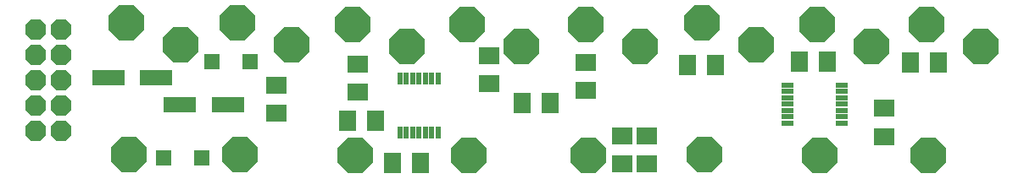
<source format=gbs>
G75*
%MOIN*%
%OFA0B0*%
%FSLAX25Y25*%
%IPPOS*%
%LPD*%
%AMOC8*
5,1,8,0,0,1.08239X$1,22.5*
%
%ADD10R,0.12611X0.06312*%
%ADD11R,0.07887X0.07099*%
%ADD12R,0.06312X0.06312*%
%ADD13R,0.07099X0.07887*%
%ADD14OC8,0.08200*%
%ADD15R,0.02000X0.04700*%
%ADD16OC8,0.13855*%
%ADD17R,0.04700X0.02000*%
D10*
X0138963Y0045108D03*
X0157861Y0045108D03*
X0129711Y0055817D03*
X0110814Y0055817D03*
D11*
X0176995Y0052746D03*
X0208885Y0050148D03*
X0176995Y0041722D03*
X0208885Y0061171D03*
X0260459Y0064242D03*
X0298648Y0061722D03*
X0260459Y0053219D03*
X0298648Y0050699D03*
X0312900Y0032825D03*
X0322428Y0032785D03*
X0322428Y0021762D03*
X0312900Y0021801D03*
X0415971Y0032510D03*
X0415971Y0043533D03*
D12*
X0166562Y0062116D03*
X0151601Y0062116D03*
X0147664Y0023927D03*
X0132703Y0023927D03*
D13*
X0204987Y0038652D03*
X0216010Y0038652D03*
X0222703Y0022156D03*
X0233727Y0022156D03*
X0273491Y0045738D03*
X0284514Y0045738D03*
X0338451Y0060699D03*
X0349475Y0060699D03*
X0382703Y0061919D03*
X0393727Y0061919D03*
X0426325Y0061526D03*
X0437349Y0061526D03*
D14*
X0092270Y0064793D03*
X0082270Y0064793D03*
X0082270Y0054793D03*
X0092270Y0054793D03*
X0092270Y0044793D03*
X0082270Y0044793D03*
X0082270Y0034793D03*
X0092270Y0034793D03*
X0092270Y0074793D03*
X0082270Y0074793D03*
D15*
X0225440Y0055257D03*
X0227940Y0055257D03*
X0230440Y0055257D03*
X0232940Y0055257D03*
X0235440Y0055257D03*
X0237940Y0055257D03*
X0240440Y0055257D03*
X0240440Y0033857D03*
X0237940Y0033857D03*
X0235440Y0033857D03*
X0232940Y0033857D03*
X0230440Y0033857D03*
X0227940Y0033857D03*
X0225440Y0033857D03*
D16*
X0118766Y0025266D03*
X0162467Y0025266D03*
X0207743Y0024872D03*
X0252625Y0024872D03*
X0299475Y0024872D03*
X0345144Y0025266D03*
X0390420Y0024872D03*
X0433333Y0024872D03*
X0453806Y0068179D03*
X0432546Y0076841D03*
X0410892Y0068179D03*
X0389633Y0076841D03*
X0365617Y0068573D03*
X0344357Y0077234D03*
X0319948Y0068179D03*
X0298688Y0076841D03*
X0273097Y0068179D03*
X0251837Y0076841D03*
X0228215Y0068179D03*
X0206955Y0076841D03*
X0182940Y0068573D03*
X0161680Y0077234D03*
X0139239Y0068573D03*
X0117979Y0077234D03*
D17*
X0377751Y0052844D03*
X0377751Y0050344D03*
X0377751Y0047844D03*
X0377751Y0045344D03*
X0377751Y0042844D03*
X0377751Y0040344D03*
X0377751Y0037844D03*
X0399151Y0037844D03*
X0399151Y0040344D03*
X0399151Y0042844D03*
X0399151Y0045344D03*
X0399151Y0047844D03*
X0399151Y0050344D03*
X0399151Y0052844D03*
M02*

</source>
